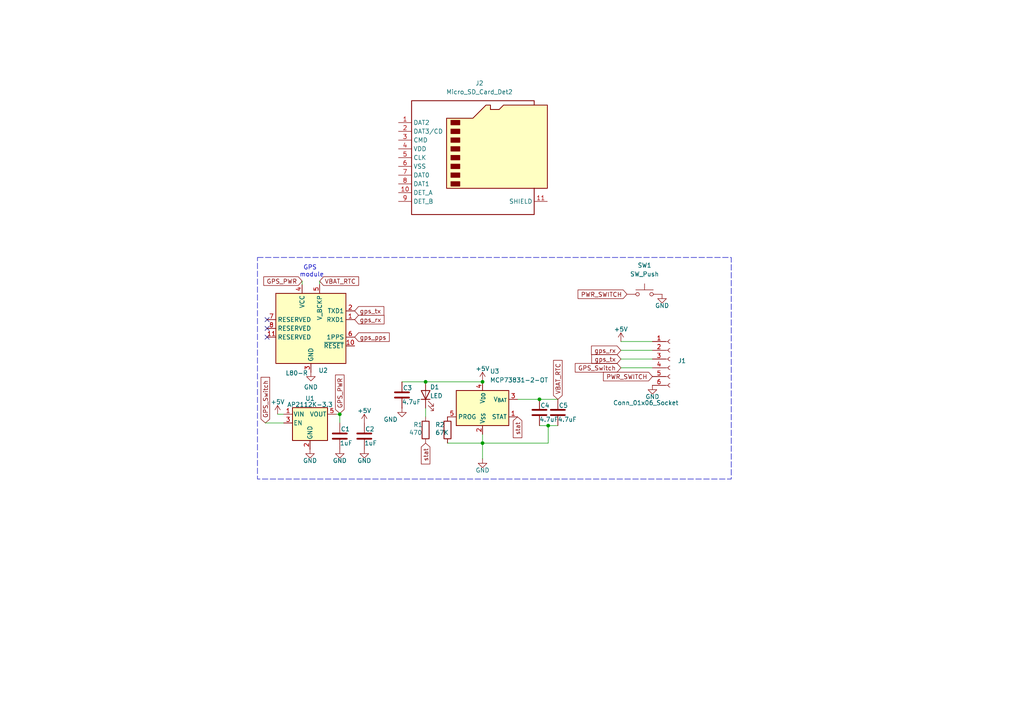
<source format=kicad_sch>
(kicad_sch (version 20250114) (generator "eeschema") (generator_version "9.0")
  (paper "A4")
  (lib_symbols
    (symbol "Battery_Management:MCP73831-2-OT"
      (property "Reference" "U" (at -7.62 6.35 0))
      (property "Value" "MCP73831-2-OT" (at 1.27 6.35 0))
      (symbol "MCP73831-2-OT_0_1"
        (rectangle (start -7.62 5.08) (end 7.62 -5.08) (stroke (width 0.254)) (fill (type background)))
      )
      (symbol "MCP73831-2-OT_1_1"
        (pin input line (at -10.16 -2.54 0) (length 2.54) (name "PROG") (number "5"))
        (pin power_in line (at 0 7.62 270) (length 2.54) (name "V_{DD}") (number "4"))
        (pin power_in line (at 0 -7.62 90) (length 2.54) (name "V_{SS}") (number "2"))
        (pin power_out line (at 10.16 2.54 180) (length 2.54) (name "V_{BAT}") (number "3"))
        (pin tri_state line (at 10.16 -2.54 180) (length 2.54) (name "STAT") (number "1"))
      )
    )
    (symbol "Connector:Conn_01x06_Socket" (pin_names (offset 1.016) (hide yes))
      (property "Reference" "J" (at 0 7.62 0))
      (property "Value" "Conn_01x06_Socket" (at 0 -10.16 0))
      (symbol "Conn_01x06_Socket_1_1"
        (polyline (pts (xy -1.27 5.08) (xy -0.508 5.08)) (stroke (width 0.1524)))
        (polyline (pts (xy -1.27 2.54) (xy -0.508 2.54)) (stroke (width 0.1524)))
        (polyline (pts (xy -1.27 0) (xy -0.508 0)) (stroke (width 0.1524)))
        (polyline (pts (xy -1.27 -2.54) (xy -0.508 -2.54)) (stroke (width 0.1524)))
        (polyline (pts (xy -1.27 -5.08) (xy -0.508 -5.08)) (stroke (width 0.1524)))
        (polyline (pts (xy -1.27 -7.62) (xy -0.508 -7.62)) (stroke (width 0.1524)))
        (arc (start 0 4.572) (mid -0.5058 5.08) (end 0 5.588) (stroke (width 0.1524)))
        (arc (start 0 2.032) (mid -0.5058 2.54) (end 0 3.048) (stroke (width 0.1524)))
        (arc (start 0 -0.508) (mid -0.5058 0) (end 0 0.508) (stroke (width 0.1524)))
        (arc (start 0 -3.048) (mid -0.5058 -2.54) (end 0 -2.032) (stroke (width 0.1524)))
        (arc (start 0 -5.588) (mid -0.5058 -5.08) (end 0 -4.572) (stroke (width 0.1524)))
        (arc (start 0 -8.128) (mid -0.5058 -7.62) (end 0 -7.112) (stroke (width 0.1524)))
        (pin passive line (at -5.08 5.08 0) (length 3.81) (name "Pin_1") (number "1"))
        (pin passive line (at -5.08 2.54 0) (length 3.81) (name "Pin_2") (number "2"))
        (pin passive line (at -5.08 0 0) (length 3.81) (name "Pin_3") (number "3"))
        (pin passive line (at -5.08 -2.54 0) (length 3.81) (name "Pin_4") (number "4"))
        (pin passive line (at -5.08 -5.08 0) (length 3.81) (name "Pin_5") (number "5"))
        (pin passive line (at -5.08 -7.62 0) (length 3.81) (name "Pin_6") (number "6"))
      )
    )
    (symbol "Connector:Micro_SD_Card_Det2"
      (property "Reference" "J" (at -16.51 17.78 0))
      (property "Value" "Micro_SD_Card_Det2" (at 16.51 17.78 0))
      (symbol "Micro_SD_Card_Det2_0_1"
        (polyline (pts (xy -8.89 -8.89) (xy -8.89 11.43) (xy -1.27 11.43) (xy 2.54 15.24) (xy 3.81 15.24) (xy 3.81 13.97) (xy 6.35 13.97) (xy 7.62 15.24) (xy 20.32 15.24) (xy 20.32 -8.89) (xy -8.89 -8.89)) (stroke (width 0.254)) (fill (type background)))
        (rectangle (start -7.62 10.795) (end -5.08 9.525) (stroke (width 0.254)) (fill (type outline)))
        (rectangle (start -7.62 8.255) (end -5.08 6.985) (stroke (width 0.254)) (fill (type outline)))
        (rectangle (start -7.62 5.715) (end -5.08 4.445) (stroke (width 0.254)) (fill (type outline)))
        (rectangle (start -7.62 3.175) (end -5.08 1.905) (stroke (width 0.254)) (fill (type outline)))
        (rectangle (start -7.62 0.635) (end -5.08 -0.635) (stroke (width 0.254)) (fill (type outline)))
        (rectangle (start -7.62 -1.905) (end -5.08 -3.175) (stroke (width 0.254)) (fill (type outline)))
        (rectangle (start -7.62 -4.445) (end -5.08 -5.715) (stroke (width 0.254)) (fill (type outline)))
        (rectangle (start -7.62 -6.985) (end -5.08 -8.255) (stroke (width 0.254)) (fill (type outline)))
        (polyline (pts (xy 16.51 15.24) (xy 16.51 16.51) (xy -19.05 16.51) (xy -19.05 -16.51) (xy 16.51 -16.51) (xy 16.51 -8.89)) (stroke (width 0.254)))
      )
      (symbol "Micro_SD_Card_Det2_1_1"
        (pin bidirectional line (at -22.86 10.16 0) (length 3.81) (name "DAT2") (number "1"))
        (pin bidirectional line (at -22.86 7.62 0) (length 3.81) (name "DAT3/CD") (number "2"))
        (pin input line (at -22.86 5.08 0) (length 3.81) (name "CMD") (number "3"))
        (pin power_in line (at -22.86 2.54 0) (length 3.81) (name "VDD") (number "4"))
        (pin input line (at -22.86 0 0) (length 3.81) (name "CLK") (number "5"))
        (pin power_in line (at -22.86 -2.54 0) (length 3.81) (name "VSS") (number "6"))
        (pin bidirectional line (at -22.86 -5.08 0) (length 3.81) (name "DAT0") (number "7"))
        (pin bidirectional line (at -22.86 -7.62 0) (length 3.81) (name "DAT1") (number "8"))
        (pin passive line (at -22.86 -10.16 0) (length 3.81) (name "DET_A") (number "10"))
        (pin passive line (at -22.86 -12.7 0) (length 3.81) (name "DET_B") (number "9"))
        (pin passive line (at 20.32 -12.7 180) (length 3.81) (name "SHIELD") (number "11"))
      )
    )
    (symbol "Device:C" (pin_numbers (hide yes)) (pin_names (offset 0.254))
      (property "Reference" "C" (at 0.635 2.54 0))
      (property "Value" "C" (at 0.635 -2.54 0))
      (symbol "C_0_1"
        (polyline (pts (xy -2.032 0.762) (xy 2.032 0.762)) (stroke (width 0.508)))
        (polyline (pts (xy -2.032 -0.762) (xy 2.032 -0.762)) (stroke (width 0.508)))
      )
      (symbol "C_1_1"
        (pin passive line (at 0 3.81 270) (length 2.794) (name "~") (number "1"))
        (pin passive line (at 0 -3.81 90) (length 2.794) (name "~") (number "2"))
      )
    )
    (symbol "Device:LED" (pin_numbers (hide yes)) (pin_names (offset 1.016) (hide yes))
      (property "Reference" "D" (at 0 2.54 0))
      (property "Value" "LED" (at 0 -2.54 0))
      (symbol "LED_0_1"
        (polyline (pts (xy -3.048 -0.762) (xy -4.572 -2.286) (xy -3.81 -2.286) (xy -4.572 -2.286) (xy -4.572 -1.524)))
        (polyline (pts (xy -1.778 -0.762) (xy -3.302 -2.286) (xy -2.54 -2.286) (xy -3.302 -2.286) (xy -3.302 -1.524)))
        (polyline (pts (xy -1.27 0) (xy 1.27 0)))
        (polyline (pts (xy -1.27 -1.27) (xy -1.27 1.27)) (stroke (width 0.254)))
        (polyline (pts (xy 1.27 -1.27) (xy 1.27 1.27) (xy -1.27 0) (xy 1.27 -1.27)) (stroke (width 0.254)))
      )
      (symbol "LED_1_1"
        (pin passive line (at -3.81 0 0) (length 2.54) (name "K") (number "1"))
        (pin passive line (at 3.81 0 180) (length 2.54) (name "A") (number "2"))
      )
    )
    (symbol "Device:R" (pin_numbers (hide yes)) (pin_names (offset 0))
      (property "Reference" "R" (at 2.032 0 90))
      (property "Value" "R" (at 0 0 90))
      (symbol "R_0_1"
        (rectangle (start -1.016 -2.54) (end 1.016 2.54) (stroke (width 0.254)))
      )
      (symbol "R_1_1"
        (pin passive line (at 0 3.81 270) (length 1.27) (name "~") (number "1"))
        (pin passive line (at 0 -3.81 90) (length 1.27) (name "~") (number "2"))
      )
    )
    (symbol "RF_GPS:L80-R"
      (property "Reference" "U" (at -10.16 11.43 0))
      (property "Value" "L80-R" (at 10.16 11.43 0))
      (symbol "L80-R_0_1"
        (rectangle (start -10.16 10.16) (end 10.16 -10.16) (stroke (width 0.254)) (fill (type background)))
      )
      (symbol "L80-R_1_1"
        (pin passive line (at -12.7 2.54 0) (length 2.54) (name "RESERVED") (number "7"))
        (pin passive line (at -12.7 0 0) (length 2.54) (name "RESERVED") (number "8"))
        (pin passive line (at -12.7 -2.54 0) (length 2.54) (name "RESERVED") (number "11"))
        (pin power_in line (at -2.54 12.7 270) (length 2.54) (name "VCC") (number "4"))
        (pin passive line (at 0 -12.7 90) (length 2.54) (hide yes) (name "GND") (number "12"))
        (pin power_in line (at 0 -12.7 90) (length 2.54) (name "GND") (number "3"))
        (pin power_in line (at 2.54 12.7 270) (length 2.54) (name "V_BCKP") (number "5"))
        (pin no_connect line (at 10.16 0 180) (length 2.54) (hide yes) (name "NC") (number "9"))
        (pin output line (at 12.7 5.08 180) (length 2.54) (name "TXD1") (number "2"))
        (pin input line (at 12.7 2.54 180) (length 2.54) (name "RXD1") (number "1"))
        (pin output line (at 12.7 -2.54 180) (length 2.54) (name "1PPS") (number "6"))
        (pin input line (at 12.7 -5.08 180) (length 2.54) (name "~{RESET}") (number "10"))
      )
    )
    (symbol "Regulator_Linear:AP2112K-3.3" (pin_names (offset 0.254))
      (property "Reference" "U" (at -5.08 5.715 0))
      (property "Value" "AP2112K-3.3" (at 0 5.715 0))
      (symbol "AP2112K-3.3_0_1"
        (rectangle (start -5.08 4.445) (end 5.08 -5.08) (stroke (width 0.254)) (fill (type background)))
      )
      (symbol "AP2112K-3.3_1_1"
        (pin power_in line (at -7.62 2.54 0) (length 2.54) (name "VIN") (number "1"))
        (pin input line (at -7.62 0 0) (length 2.54) (name "EN") (number "3"))
        (pin power_in line (at 0 -7.62 90) (length 2.54) (name "GND") (number "2"))
        (pin no_connect line (at 5.08 0 180) (length 2.54) (hide yes) (name "NC") (number "4"))
        (pin power_out line (at 7.62 2.54 180) (length 2.54) (name "VOUT") (number "5"))
      )
    )
    (symbol "Switch:SW_Push" (pin_numbers (hide yes)) (pin_names (offset 1.016) (hide yes))
      (property "Reference" "SW" (at 1.27 2.54 0))
      (property "Value" "SW_Push" (at 0 -1.524 0))
      (symbol "SW_Push_0_1"
        (circle (center -2.032 0) (radius 0.508))
        (polyline (pts (xy 0 1.27) (xy 0 3.048)))
        (circle (center 2.032 0) (radius 0.508))
        (polyline (pts (xy 2.54 1.27) (xy -2.54 1.27)))
        (pin passive line (at -5.08 0 0) (length 2.54) (name "1") (number "1"))
        (pin passive line (at 5.08 0 180) (length 2.54) (name "2") (number "2"))
      )
    )
    (symbol "power:+5V" (power) (pin_names (offset 0))
      (property "Value" "+5V" (at 0 3.556 0))
      (symbol "+5V_0_1"
        (polyline (pts (xy -0.762 1.27) (xy 0 2.54)))
        (polyline (pts (xy 0 2.54) (xy 0.762 1.27)))
        (polyline (pts (xy 0 0) (xy 0 2.54)))
      )
      (symbol "+5V_1_1"
        (pin power_in line (at 0 0 90) (length 0) (hide yes) (name "+5V") (number "1"))
      )
    )
    (symbol "power:GND" (power) (pin_numbers (hide yes)) (pin_names (offset 0) (hide yes))
      (property "Value" "GND" (at 0 -3.81 0))
      (symbol "GND_0_1"
        (polyline (pts (xy 0 0) (xy 0 -1.27) (xy 1.27 -1.27) (xy 0 -2.54) (xy -1.27 -1.27) (xy 0 -1.27)))
      )
      (symbol "GND_1_1"
        (pin power_in line (at 0 0 270) (length 0) (name "~") (number "1"))
      )
    )
  )
  (rectangle (start 74.676 74.676) (end 212.09 138.938) (stroke (width 0) (type dash)))
  (text "GPS \nmodule" (at 90.424 78.74 0) (effects (font (size 1.27 1.27))))
  (junction (at 123.444 110.744))
  (junction (at 139.954 110.744))
  (junction (at 98.552 120.142))
  (junction (at 139.954 128.524))
  (junction (at 159.004 123.444))
  (junction (at 156.464 115.824))
  (no_connect (at 77.47 97.79))
  (no_connect (at 77.47 95.25))
  (no_connect (at 77.47 92.71))
  (wire (pts (xy 123.444 120.904) (xy 123.444 118.364)))
  (wire (pts (xy 189.23 106.68) (xy 180.086 106.68)))
  (wire (pts (xy 123.444 110.744) (xy 116.586 110.744)))
  (wire (pts (xy 150.114 115.824) (xy 156.464 115.824)))
  (wire (pts (xy 123.444 110.744) (xy 139.954 110.744)))
  (wire (pts (xy 76.962 122.682) (xy 82.296 122.682)))
  (wire (pts (xy 189.23 104.14) (xy 180.086 104.14)))
  (wire (pts (xy 98.552 119.888) (xy 98.552 120.142)))
  (wire (pts (xy 189.23 101.6) (xy 180.086 101.6)))
  (wire (pts (xy 156.464 123.444) (xy 159.004 123.444)))
  (wire (pts (xy 92.71 81.534) (xy 92.71 82.55)))
  (wire (pts (xy 189.23 99.06) (xy 180.086 99.06)))
  (wire (pts (xy 159.004 128.524) (xy 159.004 123.444)))
  (wire (pts (xy 139.954 128.524) (xy 159.004 128.524)))
  (wire (pts (xy 80.518 120.142) (xy 82.296 120.142)))
  (wire (pts (xy 87.63 81.534) (xy 87.63 82.55)))
  (wire (pts (xy 139.954 133.096) (xy 139.954 128.524)))
  (wire (pts (xy 139.954 128.524) (xy 139.954 125.984)))
  (wire (pts (xy 98.552 120.142) (xy 98.552 122.682)))
  (wire (pts (xy 156.464 115.824) (xy 161.798 115.824)))
  (wire (pts (xy 159.004 123.444) (xy 161.798 123.444)))
  (wire (pts (xy 129.794 128.524) (xy 139.954 128.524)))
  (wire (pts (xy 98.552 120.142) (xy 97.536 120.142)))
  (wire (pts (xy 139.954 110.49) (xy 139.954 110.744)))
  (global_label "stat" (shape input) (at 150.114 120.904 270) (property "Intersheetrefs" "${INTERSHEET_REFS}" (effects (hide yes))))
  (global_label "GPS_PWR" (shape input) (at 98.552 119.888 90) (property "Intersheetrefs" "${INTERSHEET_REFS}" (effects (hide yes))))
  (global_label "VBAT_RTC" (shape input) (at 161.798 115.824 90) (property "Intersheetrefs" "${INTERSHEET_REFS}" (effects (hide yes))))
  (global_label "GPS_Switch" (shape input) (at 180.086 106.68 180) (property "Intersheetrefs" "${INTERSHEET_REFS}" (effects (hide yes))))
  (global_label "GPS_PWR" (shape input) (at 87.63 81.534 180) (property "Intersheetrefs" "${INTERSHEET_REFS}" (effects (hide yes))))
  (global_label "gps_pps" (shape input) (at 102.87 97.79 0) (property "Intersheetrefs" "${INTERSHEET_REFS}" (effects (hide yes))))
  (global_label "gps_rx" (shape input) (at 180.086 101.6 180) (property "Intersheetrefs" "${INTERSHEET_REFS}" (effects (hide yes))))
  (global_label "GPS_Switch" (shape input) (at 76.962 122.682 90) (property "Intersheetrefs" "${INTERSHEET_REFS}" (effects (hide yes))))
  (global_label "gps_rx" (shape input) (at 102.87 92.71 0) (property "Intersheetrefs" "${INTERSHEET_REFS}" (effects (hide yes))))
  (global_label "PWR_SWITCH" (shape input) (at 189.23 109.22 180) (property "Intersheetrefs" "${INTERSHEET_REFS}" (effects (hide yes))))
  (global_label "gps_tx" (shape input) (at 180.086 104.14 180) (property "Intersheetrefs" "${INTERSHEET_REFS}" (effects (hide yes))))
  (global_label "VBAT_RTC" (shape input) (at 92.71 81.534 0) (property "Intersheetrefs" "${INTERSHEET_REFS}" (effects (hide yes))))
  (global_label "gps_tx" (shape input) (at 102.87 90.17 0) (property "Intersheetrefs" "${INTERSHEET_REFS}" (effects (hide yes))))
  (global_label "stat" (shape input) (at 123.444 128.524 270) (property "Intersheetrefs" "${INTERSHEET_REFS}" (effects (hide yes))))
  (global_label "PWR_SWITCH" (shape input) (at 181.864 85.344 180) (property "Intersheetrefs" "${INTERSHEET_REFS}" (effects (hide yes))))
  (symbol (lib_id "Battery_Management:MCP73831-2-OT") (at 139.954 118.364 0) (unit 1)
    (property "Reference" "U3" (at 142.0973 107.696 0) (effects (justify left)))
    (property "Value" "MCP73831-2-OT" (at 142.0973 110.236 0) (effects (justify left)))
    (property "Footprint" "Package_TO_SOT_SMD:SOT-23-5" (effects (hide yes)))
    (property "Datasheet" "http://ww1.microchip.com/downloads/en/DeviceDoc/20001984g.pdf" (effects (hide yes)))
    (property "Description" "Single cell, Li-Ion/Li-Po charge management controller, 4.20V, Tri-State Status Output, in SOT23-5 package" (effects (hide yes)))
  )
  (symbol (lib_id "power:GND") (at 189.23 111.76 0) (unit 1)
    (property "Reference" "#PWR08" (effects (hide yes)))
    (property "Value" "GND" (at 189.23 115.062 0))
  )
  (symbol (lib_id "power:GND") (at 192.024 85.344 0) (unit 1)
    (property "Reference" "#PWR012" (effects (hide yes)))
    (property "Value" "GND" (at 192.024 88.646 0))
  )
  (symbol (lib_id "power:+5V") (at 105.664 122.682 0) (unit 1)
    (property "Reference" "#PWR05" (effects (hide yes)))
    (property "Value" "+5V" (at 105.664 119.126 0))
  )
  (symbol (lib_id "power:+5V") (at 139.954 110.49 0) (unit 1)
    (property "Reference" "#PWR010" (effects (hide yes)))
    (property "Value" "+5V" (at 139.954 106.934 0))
  )
  (symbol (lib_id "Device:LED") (at 123.444 114.554 90) (unit 1)
    (property "Reference" "D1" (at 124.714 112.268 90) (effects (justify right)))
    (property "Value" "LED" (at 124.714 114.808 90) (effects (justify right)))
    (property "Footprint" "LED_SMD:LED_0603_1608Metric" (effects (hide yes)))
    (property "Description" "Light emitting diode" (effects (hide yes)))
    (property "Sim.Pins" "1=K 2=A" (effects (hide yes)))
  )
  (symbol (lib_id "Device:R") (at 123.444 124.714 0) (unit 1)
    (property "Reference" "R1" (at 119.888 123.19 0) (effects (justify left)))
    (property "Value" "470" (at 118.618 125.476 0) (effects (justify left)))
    (property "Footprint" "Resistor_SMD:R_0603_1608Metric" (effects (hide yes)))
    (property "Description" "Resistor" (effects (hide yes)))
  )
  (symbol (lib_id "Device:C") (at 156.464 119.634 0) (unit 1)
    (property "Reference" "C4" (at 156.718 117.602 0) (effects (justify left)))
    (property "Value" "4.7uF" (at 156.464 121.666 0) (effects (justify left)))
    (property "Footprint" "Capacitor_SMD:C_0603_1608Metric" (effects (hide yes)))
  )
  (symbol (lib_id "Regulator_Linear:AP2112K-3.3") (at 89.916 122.682 0) (unit 1)
    (property "Reference" "U1" (at 89.916 115.57 0))
    (property "Value" "AP2112K-3.3" (at 89.916 117.348 0))
    (property "Footprint" "Package_TO_SOT_SMD:SOT-23-5" (effects (hide yes)))
    (property "Datasheet" "https://www.diodes.com/assets/Datasheets/AP2112.pdf" (effects (hide yes)))
    (property "Description" "600mA low dropout linear regulator, with enable pin, 3.8V-6V input voltage range, 3.3V fixed positive output, SOT-23-5" (effects (hide yes)))
  )
  (symbol (lib_id "power:+5V") (at 80.518 120.142 0) (unit 1)
    (property "Reference" "#PWR01" (effects (hide yes)))
    (property "Value" "+5V" (at 80.518 116.586 0))
  )
  (symbol (lib_id "Device:C") (at 98.552 126.492 0) (unit 1)
    (property "Reference" "C1" (at 98.806 124.46 0) (effects (justify left)))
    (property "Value" "1uF" (at 98.552 128.524 0) (effects (justify left)))
    (property "Footprint" "Capacitor_SMD:C_0603_1608Metric" (effects (hide yes)))
  )
  (symbol (lib_id "Device:C") (at 116.586 114.554 0) (unit 1)
    (property "Reference" "C3" (at 116.84 112.522 0) (effects (justify left)))
    (property "Value" "4.7uF" (at 116.586 116.586 0) (effects (justify left)))
    (property "Footprint" "Capacitor_SMD:C_0603_1608Metric" (effects (hide yes)))
  )
  (symbol (lib_id "Connector:Micro_SD_Card_Det2") (at 138.43 45.72 0) (unit 1)
    (property "Reference" "J2" (at 139.065 24.13 0))
    (property "Value" "Micro_SD_Card_Det2" (at 139.065 26.67 0))
    (property "Footprint" "Connector_Card:microSD_HC_Hirose_DM3BT-DSF-PEJS" (effects (hide yes)))
    (property "Datasheet" "https://www.hirose.com/en/product/document?clcode=&productname=&series=DM3&documenttype=Catalog&lang=en&documentid=D49662_en" (effects (hide yes)))
    (property "Description" "Micro SD Card Socket with two card detection pins" (effects (hide yes)))
  )
  (symbol (lib_id "power:GND") (at 116.586 118.364 0) (unit 1)
    (property "Reference" "#PWR09" (effects (hide yes)))
    (property "Value" "GND" (at 113.284 121.666 0))
  )
  (symbol (lib_id "Device:C") (at 105.664 126.492 0) (unit 1)
    (property "Reference" "C2" (at 105.918 124.46 0) (effects (justify left)))
    (property "Value" "1uF" (at 105.664 128.524 0) (effects (justify left)))
    (property "Footprint" "Capacitor_SMD:C_0603_1608Metric" (effects (hide yes)))
  )
  (symbol (lib_id "power:GND") (at 89.916 130.302 0) (unit 1)
    (property "Reference" "#PWR02" (effects (hide yes)))
    (property "Value" "GND" (at 89.916 133.604 0))
  )
  (symbol (lib_id "Device:C") (at 161.798 119.634 0) (unit 1)
    (property "Reference" "C5" (at 162.052 117.602 0) (effects (justify left)))
    (property "Value" "4.7uF" (at 161.798 121.666 0) (effects (justify left)))
    (property "Footprint" "Capacitor_SMD:C_0603_1608Metric" (effects (hide yes)))
  )
  (symbol (lib_id "Connector:Conn_01x06_Socket") (at 194.31 104.14 0) (unit 1)
    (property "Reference" "J1" (at 196.596 104.648 0) (effects (justify left)))
    (property "Value" "Conn_01x06_Socket" (at 177.8 116.84 0) (effects (justify left)))
    (property "Footprint" "Connector_PinHeader_2.54mm:PinHeader_1x06_P2.54mm_Vertical" (effects (hide yes)))
    (property "Description" "Generic connector, single row, 01x06, script generated" (effects (hide yes)))
  )
  (symbol (lib_id "power:GND") (at 90.17 107.95 0) (unit 1)
    (property "Reference" "#PWR03" (effects (hide yes)))
    (property "Value" "GND" (at 90.17 112.268 0))
  )
  (symbol (lib_id "power:+5V") (at 180.086 99.06 0) (unit 1)
    (property "Reference" "#PWR07" (effects (hide yes)))
    (property "Value" "+5V" (at 180.086 95.504 0))
  )
  (symbol (lib_id "power:GND") (at 105.664 130.302 0) (unit 1)
    (property "Reference" "#PWR06" (effects (hide yes)))
    (property "Value" "GND" (at 105.664 133.604 0))
  )
  (symbol (lib_id "Switch:SW_Push") (at 186.944 85.344 0) (unit 1)
    (property "Reference" "SW1" (at 186.944 76.962 0))
    (property "Value" "SW_Push" (at 186.944 79.502 0))
    (property "Footprint" "Button_Switch_THT:SW_Tactile_SPST_Angled_PTS645Vx39-2LFS" (effects (hide yes)))
    (property "Description" "Push button switch, generic, two pins" (effects (hide yes)))
  )
  (symbol (lib_id "Device:R") (at 129.794 124.714 0) (unit 1)
    (property "Reference" "R2" (at 126.238 123.19 0) (effects (justify left)))
    (property "Value" "67K" (at 126.238 125.476 0) (effects (justify left)))
    (property "Footprint" "Resistor_SMD:R_0603_1608Metric" (effects (hide yes)))
    (property "Description" "Resistor" (effects (hide yes)))
  )
  (symbol (lib_id "RF_GPS:L80-R") (at 90.17 95.25 0) (unit 1)
    (property "Reference" "U2" (at 92.3641 107.442 0) (effects (justify left)))
    (property "Value" "L80-R" (at 82.804 108.204 0) (effects (justify left)))
    (property "Footprint" "RF_GPS:Quectel_L80-R" (effects (hide yes)))
    (property "Datasheet" "https://www.quectel.com/UploadImage/Downlad/Quectel_L80-R_Hardware_Design_V1.2.pdf" (effects (hide yes)))
    (property "Description" "Quectel GPS Module" (effects (hide yes)))
  )
  (symbol (lib_id "power:GND") (at 98.552 130.302 0) (unit 1)
    (property "Reference" "#PWR04" (effects (hide yes)))
    (property "Value" "GND" (at 98.552 133.604 0))
  )
  (symbol (lib_id "power:GND") (at 139.954 133.096 0) (unit 1)
    (property "Reference" "#PWR011" (effects (hide yes)))
    (property "Value" "GND" (at 139.954 136.398 0))
  )
)
</source>
